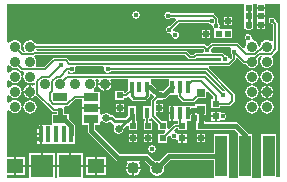
<source format=gbl>
G04 ================== begin FILE IDENTIFICATION RECORD ==================*
G04 Layout Name:  C:/Users/msahadat3/Dropbox/GATech/eTDS_PCB/allegro/ETDS_PCB_V1_5.brd*
G04 Film Name:    BOTTOM*
G04 File Format:  Gerber RS274X*
G04 File Origin:  Cadence Allegro 16.6-2015-S056*
G04 Origin Date:  Wed Nov 11 17:54:27 2015*
G04 *
G04 Layer:  VIA CLASS/BOTTOM*
G04 Layer:  PIN/BOTTOM*
G04 Layer:  ETCH/BOTTOM*
G04 *
G04 Offset:    (0.00 0.00)*
G04 Mirror:    No*
G04 Mode:      Positive*
G04 Rotation:  0*
G04 FullContactRelief:  No*
G04 UndefLineWidth:     5.00*
G04 ================== end FILE IDENTIFICATION RECORD ====================*
%FSLAX25Y25*MOIN*%
%IR0*IPPOS*OFA0.00000B0.00000*MIA0B0*SFA1.00000B1.00000*%
%ADD18C,.04*%
%ADD13C,.015*%
%ADD17C,.025*%
%ADD14C,.035*%
%ADD22R,.03937X.138*%
%ADD11R,.0748X.0748*%
%ADD21R,.012X.04*%
%ADD19R,.016X.036*%
%ADD20R,.028X.028*%
%ADD16R,.019X.019*%
%ADD15R,.049X.025*%
%ADD23R,.019X.019*%
%ADD12R,.01574X.05314*%
%ADD10R,.05709X.05118*%
%ADD24C,.01*%
%ADD25C,.005*%
%ADD28C,.02504*%
%ADD26C,.04504*%
%ADD27R,.06712X.0612*%
%ADD29R,.02904X.02904*%
G75*
%LPD*%
G75*
G36*
G01X749851Y1654901D02*
Y1655790D01*
X755956D01*
Y1661910D01*
X749851D01*
Y1677046D01*
G02X750575Y1677280I400J0D01*
G03Y1679920I1825J1320D01*
G02X749851Y1680154I-324J234D01*
G01Y1682046D01*
G02X750575Y1682280I400J0D01*
G03Y1684920I1825J1320D01*
G02X749851Y1685154I-324J234D01*
G01Y1687046D01*
G02X750575Y1687280I400J0D01*
G03Y1689920I1825J1320D01*
G02X749851Y1690154I-324J234D01*
G01Y1692046D01*
G02X750575Y1692280I400J0D01*
G03X753250Y1691514I1825J1320D01*
G01X753373Y1691565D01*
X754589Y1690348D01*
X755116D01*
G02X755461Y1689745I1J-400D01*
G03X758460Y1686613I1939J-1145D01*
G02X759048Y1686260I188J-353D01*
G01Y1685940D01*
G02X758460Y1685587I-400J0D01*
G03X759064Y1682082I-1060J-1987D01*
G02X759642Y1682095I295J-270D01*
G01X764989Y1676748D01*
X766348D01*
Y1676072D01*
X764648D01*
Y1672539D01*
X759691D01*
Y1666221D01*
X772509D01*
Y1672339D01*
X772472D01*
Y1672540D01*
X770552Y1674460D01*
Y1676072D01*
X768852D01*
Y1677500D01*
G03X768716Y1678067I-1252J0D01*
G02X769072Y1678648I356J181D01*
G01X770272D01*
X772672Y1681048D01*
X774948D01*
Y1672568D01*
X776648D01*
Y1669982D01*
X786282Y1660348D01*
X789776D01*
G02X790072Y1659680I-1J-400D01*
G03X793780I1854J-1680D01*
G02X794076Y1660348I297J268D01*
G01X795682D01*
X797381Y1658649D01*
X797357Y1658542D01*
G03X802243I2443J-542D01*
G01X802219Y1658649D01*
X804318Y1660748D01*
X818778D01*
Y1654901D01*
X775022D01*
Y1663092D01*
X766538D01*
Y1654901D01*
X765662D01*
Y1663092D01*
X757178D01*
Y1654901D01*
X749851D01*
G37*
G36*
G01X759339Y1692455D02*
G03X758937Y1695246I-1939J1145D01*
G01X758935Y1695248D01*
X758791Y1695392D01*
X759047Y1695648D01*
X809267D01*
X810567Y1694348D01*
X812433D01*
X813033Y1694948D01*
X820989D01*
X821258Y1694680D01*
X821251Y1694589D01*
G03X821295Y1694160I1249J-89D01*
G02X820910Y1693652I-385J-108D01*
G01X770933D01*
X769633Y1694952D01*
X765090D01*
X761990Y1691852D01*
X759684D01*
G02X759339Y1692455I-1J400D01*
G37*
G36*
G01X811189Y1695852D02*
X809889Y1697152D01*
X759836D01*
G02X759469Y1697710I0J400D01*
G03X759476Y1697726I-2060J911D01*
G01X759527Y1697848D01*
X815189D01*
X815358Y1697680D01*
X815351Y1697589D01*
G03X815449Y1697008I1249J-88D01*
G02X815081Y1696452I-368J-156D01*
G01X812411D01*
X811811Y1695852D01*
X811189D01*
G37*
G36*
G01X831592Y1654901D02*
Y1669402D01*
X830374D01*
Y1669597D01*
X826519Y1673452D01*
X815752D01*
Y1673652D01*
X815552D01*
Y1675698D01*
X816202D01*
Y1679502D01*
X812398D01*
Y1678852D01*
X810782D01*
X810732Y1678802D01*
X803698D01*
Y1673798D01*
X806648D01*
Y1672952D01*
X805589D01*
X803834Y1671197D01*
G02X803151Y1671480I-283J283D01*
G01X803152Y1673652D01*
X801311D01*
X799352Y1675611D01*
Y1676648D01*
X801752D01*
Y1679552D01*
X799352D01*
Y1680289D01*
X799911Y1680848D01*
X801752D01*
Y1681048D01*
X802518D01*
X804068Y1682598D01*
X806648D01*
Y1681739D01*
X808339Y1680048D01*
X812211D01*
X813461Y1681298D01*
X816202D01*
Y1683331D01*
G02X816884Y1683614I400J0D01*
G01X818548Y1681950D01*
Y1681052D01*
X817848D01*
Y1678148D01*
X820752D01*
Y1678848D01*
X824211D01*
X825652Y1680289D01*
Y1682811D01*
X816997Y1691466D01*
G02X817280Y1692148I283J282D01*
G01X824111D01*
X826252Y1694289D01*
Y1694603D01*
G02X826593Y1694744I200J0D01*
G01X828489Y1692848D01*
X829273D01*
X829324Y1692726D01*
G03X833489Y1694441I2076J874D01*
G01X833440Y1694563D01*
X834225Y1695348D01*
X834699D01*
Y1695077D01*
X834654Y1695022D01*
G03X838058Y1695124I1746J-1422D01*
G01X837928Y1695265D01*
X840012Y1697350D01*
Y1706449D01*
X839442Y1707019D01*
X839449Y1707110D01*
G03X838289Y1705950I-1249J89D01*
G01X838380Y1705957D01*
X838510Y1705827D01*
Y1700627D01*
G02X837852Y1700322I-400J1D01*
G03X834167Y1698889I-1452J-1722D01*
G01X834158Y1698822D01*
X833845Y1698508D01*
X833651Y1698702D01*
X833645Y1698776D01*
G03X831746Y1700825I-2245J-176D01*
G02X831419Y1701312I62J395D01*
G03X829516Y1700551I-1219J288D01*
G02X829615Y1699973I-219J-335D01*
G03X829156Y1698406I1785J-1374D01*
G02X828475Y1698089I-398J-34D01*
G01X826712Y1699852D01*
X817889D01*
X816780Y1698742D01*
X816689Y1698749D01*
G03X816511I-89J-1249D01*
G01X816420Y1698742D01*
X815811Y1699352D01*
X759527D01*
X759476Y1699474D01*
G03X755654Y1697178I-2076J-874D01*
G01X755699Y1697123D01*
Y1696852D01*
X755211D01*
X754435Y1697627D01*
X754486Y1697750D01*
G03X750575Y1699920I-2085J851D01*
G02X749851Y1700154I-324J234D01*
G01Y1712699D01*
X828848D01*
Y1704448D01*
X829176D01*
G03X831424I1124J552D01*
G01X831752D01*
Y1712699D01*
X833048D01*
Y1704448D01*
X835952D01*
Y1712699D01*
X839600D01*
X839601Y1712700D01*
X840900D01*
Y1655100D01*
X839466D01*
Y1669402D01*
X834526D01*
Y1654901D01*
X831592D01*
G37*
G36*
G01X822345Y1683992D02*
X822123Y1683770D01*
X822012Y1683798D01*
G03X821611Y1683835I-314J-1212D01*
G01X821520Y1683828D01*
X815997Y1689352D01*
X770241D01*
G02X769958Y1690034I0J400D01*
G01X770211Y1690288D01*
X770394D01*
X770454Y1690219D01*
G03X772531Y1691577I946J820D01*
G02X772892Y1692148I361J171D01*
G01X781814D01*
G02X782175Y1691577I0J-400D01*
G03X784307Y1690288I1131J-538D01*
G01X816050D01*
X822345Y1683992D01*
G37*
G36*
G01X823718Y1654901D02*
Y1669402D01*
X818778D01*
Y1663252D01*
X803282D01*
X800449Y1660419D01*
X800342Y1660443D01*
G03X799258I-542J-2443D01*
G01X799151Y1660419D01*
X796718Y1662852D01*
X787318D01*
X779152Y1671018D01*
Y1672568D01*
X780852D01*
Y1673417D01*
G02X781558Y1673674I400J0D01*
G03X784106Y1673529I1342J1126D01*
G02X784385Y1673526I138J-145D01*
G01X785264Y1672647D01*
G02X785532Y1672034I-67J-394D01*
G03X788739Y1671291I1468J-957D01*
G01X788727Y1671388D01*
X789666Y1672326D01*
G02X790348Y1672044I282J-283D01*
G01Y1670748D01*
X793252D01*
Y1673652D01*
X792802D01*
Y1676588D01*
X792674Y1676715D01*
Y1678902D01*
X790072D01*
Y1675715D01*
X789012Y1674656D01*
X786088D01*
X784942Y1675802D01*
X784338D01*
G03X781558Y1675926I-1437J-1002D01*
G02X780852Y1676183I-306J257D01*
G01Y1683552D01*
X778975D01*
G02X778728Y1684266I0J400D01*
G03X779247Y1687236I-1389J1773D01*
G02X779585Y1687848I339J212D01*
G01X780093D01*
G02X780431Y1687236I-1J-400D01*
G03X784247I1908J-1197D01*
G02X784585Y1687848I339J212D01*
G01X790071D01*
Y1683961D01*
X789162Y1683052D01*
X788752D01*
Y1683752D01*
X785848D01*
Y1680848D01*
X788752D01*
Y1681548D01*
X789784D01*
X790296Y1682060D01*
X791758Y1680598D01*
X796106D01*
X797492Y1681985D01*
Y1682898D01*
X797932D01*
X798848Y1681982D01*
Y1681911D01*
X797848Y1680911D01*
Y1678902D01*
X795190D01*
Y1674298D01*
X795740D01*
Y1673652D01*
X795348D01*
Y1670748D01*
X798252D01*
Y1673652D01*
X797242D01*
Y1674298D01*
X797792D01*
Y1674562D01*
G02X798134Y1674703I200J0D01*
G01X800248Y1672589D01*
Y1670748D01*
X802420D01*
G02X802703Y1670066I0J-400D01*
G01X802089Y1669452D01*
X800248D01*
Y1666548D01*
X803152D01*
Y1668389D01*
X803674Y1668911D01*
G02X804355Y1668670I283J-283D01*
G03X806167Y1667684I1245J130D01*
G02X806748Y1667327I181J-357D01*
G01Y1666548D01*
X809652D01*
Y1669452D01*
X806669D01*
G03X805730Y1670045I-1069J-652D01*
G02X805489Y1670726I42J398D01*
G01X806211Y1671448D01*
X806748D01*
Y1670748D01*
X809652D01*
Y1673798D01*
X811102D01*
Y1675632D01*
X811818Y1676348D01*
X812398D01*
Y1675698D01*
X813048D01*
Y1673652D01*
X812848D01*
Y1670748D01*
X815752D01*
Y1670948D01*
X825483D01*
X826783Y1669648D01*
X826681Y1669402D01*
X826652D01*
Y1654901D01*
X823718D01*
G37*
G36*
G01X800618Y1683752D02*
X797918Y1686452D01*
X797793D01*
Y1687848D01*
X803698D01*
Y1685768D01*
X801682Y1683752D01*
X800618D01*
G37*
G36*
G01X824399Y1694561D02*
G02X823725Y1694761I-283J283D01*
G03X822411Y1695749I-1225J-261D01*
G01X822320Y1695742D01*
X821611Y1696452D01*
X818119D01*
G02X817751Y1697008I0J400D01*
G03X817849Y1697589I-1151J493D01*
G01X817842Y1697680D01*
X818511Y1698348D01*
X824223D01*
G02X824533Y1697695I0J-400D01*
G03X824748Y1695899I967J-795D01*
G01Y1694911D01*
X824399Y1694561D01*
G37*
%LPC*%
G75*
G36*
G01X820752Y1674056D02*
Y1673948D01*
X817848D01*
Y1676852D01*
X820752D01*
G03X821284Y1676481I400J6D01*
G02X821055Y1674227I416J-1181D01*
G03X820752Y1674056I-103J-171D01*
G37*
G36*
G01X805654Y1703620D02*
G02X804666Y1702564I252J-1226D01*
G03X804189Y1703011I-396J55D01*
G02X804026Y1705486I-252J1226D01*
G01X804117Y1705479D01*
X806103Y1707466D01*
G03X805820Y1708148I-283J282D01*
G01X804501D01*
G02Y1709652I-1001J752D01*
G01X818711D01*
X818911Y1709452D01*
X818933D01*
X820251Y1708133D01*
Y1706501D01*
G02X820616Y1704933I-751J-1001D01*
G03X820973Y1704352I357J-181D01*
G01X824752D01*
Y1701448D01*
X818948D01*
Y1704376D01*
G02X818249Y1705542I552J1124D01*
G03X817886Y1705953I-400J13D01*
G02X816999Y1706448I114J1247D01*
G01X807211D01*
X805179Y1704417D01*
X805186Y1704326D01*
G02X805177Y1704067I-1249J-86D01*
G03X805654Y1703620I396J-55D01*
G37*
G54D28*
X792800Y1709100D03*
X798032Y1664432D03*
G54D26*
X757400Y1678600D03*
X831400D03*
X836400D03*
Y1683600D03*
X831400D03*
X836400Y1688600D03*
X831400D03*
G54D27*
X779600Y1658850D03*
G54D29*
X816200Y1702900D03*
X823300Y1707100D03*
X787300Y1678100D03*
X796800Y1668000D03*
X791800D03*
X814300D03*
%LPD*%
G75*
G54D10*
X752600Y1658850D03*
X779600D03*
G54D20*
X814300Y1677600D03*
Y1683200D03*
G54D11*
X761420Y1658850D03*
X770780D03*
G54D12*
X760980Y1669380D03*
X771220D03*
X768650D03*
X763540D03*
X766100D03*
G54D21*
X804800Y1676300D03*
X807400D03*
X810000D03*
Y1685100D03*
X807400D03*
X804800D03*
G54D22*
X821248Y1662000D03*
X836996D03*
X829122D03*
G54D13*
G01X767600Y1674320D02*
X768922D01*
X771220Y1672022D01*
Y1669380D01*
G01X767600Y1674320D02*
Y1677500D01*
G01X799800Y1658000D02*
X796200Y1661600D01*
X786800D01*
X777900Y1670500D01*
Y1674320D01*
G01X799800Y1658000D02*
X803800Y1662000D01*
X821248D01*
G01X800300Y1682300D02*
X802000D01*
X804800Y1685100D01*
G01X796491Y1685200D02*
X797400D01*
X800300Y1682300D01*
G01X814300Y1677600D02*
X811300D01*
X810000Y1676300D01*
G01X814300Y1677600D02*
Y1672200D01*
G01D02*
X826001D01*
X829122Y1669079D01*
Y1662000D01*
X752400Y1658400D03*
X759708Y1663754D03*
X754708D03*
X759708Y1675754D03*
X754708D03*
X759708Y1671754D03*
X754708D03*
X759708Y1667754D03*
X754708D03*
Y1703754D03*
Y1707754D03*
X768200Y1658200D03*
X773200Y1656600D03*
X761600Y1658600D03*
X767600Y1677500D03*
X767900Y1692600D03*
X771400Y1691039D03*
X767600Y1681800D03*
X769708Y1703754D03*
Y1707754D03*
X778400Y1663600D03*
X774708Y1671754D03*
Y1667754D03*
X775600Y1691200D03*
X783306Y1691039D03*
X782200Y1694600D03*
X783000Y1710400D03*
X798032Y1664432D03*
X792400Y1665200D03*
X789000Y1665000D03*
X800300Y1678100D03*
X793932Y1685200D03*
X800215Y1685215D03*
X799708Y1703754D03*
X794708D03*
X789708D03*
X792800Y1709100D03*
X799708Y1707754D03*
X813200Y1657400D03*
X805600Y1668800D03*
X805906Y1702394D03*
X811600Y1697000D03*
X809708Y1703754D03*
X803937Y1704237D03*
X807600Y1711400D03*
X803500Y1708900D03*
X824708Y1659754D03*
X821700Y1675300D03*
X824708Y1675754D03*
X825200Y1668600D03*
X818600Y1691400D03*
X821700Y1682586D03*
X825000Y1705000D03*
X819200Y1697400D03*
X825500Y1696900D03*
X816600Y1697500D03*
X822500Y1694500D03*
X818000Y1707200D03*
X819500Y1705500D03*
X820354Y1702854D03*
X823300Y1702900D03*
X829708Y1675754D03*
Y1671754D03*
X830300Y1705000D03*
X830200Y1701600D03*
X833800Y1701400D03*
X836600Y1703600D03*
X838200Y1707199D03*
X830300Y1711300D03*
G54D23*
X820400Y1702900D03*
X816200D03*
X834500Y1705900D03*
X830300D03*
X834500Y1711300D03*
X830300D03*
X834500Y1708700D03*
X830300D03*
G54D14*
X757400Y1678600D03*
X752400D03*
X757400Y1683600D03*
X752400D03*
X757400Y1688600D03*
X752400D03*
X757400Y1693600D03*
X752400D03*
X762339Y1686039D03*
X757400Y1698600D03*
X752400D03*
X767339Y1686039D03*
X772339D03*
X777339D03*
X782339D03*
X836400Y1678600D03*
X831400D03*
X836400Y1683600D03*
X831400D03*
X836400Y1688600D03*
X831400D03*
X836400Y1693600D03*
X831400D03*
X836400Y1698600D03*
X831400D03*
G54D24*
G01X787000Y1671077D02*
X789211Y1673288D01*
G01D02*
X788845Y1673654D01*
X785673D01*
X784527Y1674800D01*
X782900D01*
G01X791373Y1676600D02*
Y1675600D01*
X789689Y1673916D01*
Y1673766D01*
X789211Y1673288D01*
G01X791800Y1672200D02*
Y1676173D01*
X791373Y1676600D01*
G01Y1685200D02*
Y1684200D01*
G01X796491Y1685200D02*
Y1682400D01*
X795691Y1681600D01*
X792173D01*
X791373Y1682400D01*
Y1684200D01*
G01X830300Y1705900D02*
Y1708700D01*
G01Y1705000D02*
Y1705900D01*
G01Y1708700D02*
Y1711300D01*
G54D15*
X767600Y1674320D03*
Y1681800D03*
X777900Y1674320D03*
Y1678060D03*
Y1681800D03*
G54D25*
G01X756978Y1658850D02*
X761420D01*
G01X752600Y1655589D02*
Y1658850D01*
G01D02*
Y1662111D01*
G01Y1658850D02*
X756157D01*
G01X759491Y1669380D02*
X760980D01*
G01X767900Y1692600D02*
X763839Y1688539D01*
X761303D01*
X759800Y1687036D01*
Y1684736D01*
X759900Y1684636D01*
Y1682900D01*
X765300Y1677500D01*
X767600D01*
G01X757400Y1681148D02*
Y1683600D01*
G01D02*
Y1686052D01*
G01X754948Y1683600D02*
X757400D01*
G01X825500Y1696900D02*
Y1694600D01*
X823800Y1692900D01*
X770622D01*
X769322Y1694200D01*
X765401D01*
X762301Y1691100D01*
X754900D01*
X752400Y1693600D01*
G01X816600Y1697500D02*
X815500Y1698600D01*
X757400D01*
G01X752400D02*
X754900Y1696100D01*
X758436D01*
X758736Y1696400D01*
X809578D01*
X810878Y1695100D01*
X812122D01*
X812722Y1695700D01*
X821300D01*
X822500Y1694500D01*
G01X770780Y1658850D02*
Y1663292D01*
G01X766338Y1658850D02*
X770780D01*
G01D02*
X775222D01*
G01X761420D02*
Y1663292D01*
G01Y1658850D02*
X765862D01*
G01X760980Y1666021D02*
Y1669380D01*
G01D02*
Y1672739D01*
G01X777900Y1681800D02*
X772361D01*
X769961Y1679400D01*
X765239D01*
X764000Y1680639D01*
Y1682961D01*
X764839Y1683800D01*
Y1687075D01*
X766303Y1688539D01*
X767400D01*
X769900Y1691039D01*
X771400D01*
G01X821700Y1682586D02*
X815686Y1688600D01*
X769900D01*
X767339Y1686039D01*
G01X779600Y1655589D02*
Y1658850D01*
G01D02*
Y1662111D01*
G01X776043Y1658850D02*
X779600D01*
G01D02*
X783157D01*
G01X774748Y1678060D02*
X777900D01*
G01D02*
X781052D01*
G01X785648Y1678100D02*
X787300D01*
G01X782339Y1683587D02*
Y1686039D01*
G01X779887D02*
X782339D01*
G01D02*
X784791D01*
G01X819300Y1679600D02*
X823900D01*
X824900Y1680600D01*
Y1682500D01*
X816361Y1691039D01*
X783306D01*
G01X791800Y1666348D02*
Y1668000D01*
G01X796800Y1666348D02*
Y1668000D01*
G01X791926Y1655298D02*
Y1658000D01*
G01X789224D02*
X791926D01*
G01D02*
X794628D01*
G01X791800Y1668000D02*
Y1669652D01*
G01X790148Y1668000D02*
X791800D01*
G01D02*
X793452D01*
G01X796800D02*
Y1669652D01*
G01X795148Y1668000D02*
X796800D01*
G01D02*
X798452D01*
G01X787300Y1676448D02*
Y1678100D01*
G01D02*
Y1679752D01*
G01Y1678100D02*
X788952D01*
G01X796491Y1676600D02*
Y1672509D01*
X796800Y1672200D01*
G01X800300Y1682300D02*
X798600Y1680600D01*
Y1675300D01*
X801700Y1672200D01*
G01X787300Y1682300D02*
X789473D01*
X791373Y1684200D01*
G01X808200Y1666348D02*
Y1668000D01*
G01X812648D02*
X814300D01*
G01X808200D02*
Y1669652D01*
G01Y1668000D02*
X809852D01*
G01X800300Y1676448D02*
Y1678100D01*
G01D02*
Y1679752D01*
G01Y1678100D02*
X801952D01*
G01X804800Y1673598D02*
Y1676300D01*
G01D02*
Y1679002D01*
G01X803498Y1676300D02*
X804800D01*
G01X807400D02*
Y1673000D01*
X808200Y1672200D01*
G01D02*
X805900D01*
X801700Y1668000D01*
G01X807400Y1685100D02*
Y1682050D01*
X808650Y1680800D01*
X811900D01*
X814300Y1683200D01*
G01X810000Y1685100D02*
Y1685500D01*
X811500Y1687000D01*
X814561D01*
X819300Y1682261D01*
Y1679600D01*
G01X810000Y1684800D02*
Y1685100D01*
G01X803937Y1704237D02*
X806900Y1707200D01*
X818000D01*
G01X819500Y1705500D02*
Y1707822D01*
X818622Y1708700D01*
X818600D01*
X818400Y1708900D01*
X803500D01*
G01X814300Y1666348D02*
Y1668000D01*
G01X819300Y1673748D02*
Y1675400D01*
G01D02*
Y1677052D01*
G01X817648Y1675400D02*
X819300D01*
G01X814300Y1668000D02*
Y1669652D01*
G01Y1668000D02*
X815952D01*
G01X823300Y1705448D02*
Y1707100D01*
G01X816200Y1701248D02*
Y1702900D01*
G01D02*
Y1704552D01*
G01X814548Y1702900D02*
X816200D01*
G01D02*
X817852D01*
G01X831400Y1693600D02*
X828800D01*
X825500Y1696900D01*
G01X816600Y1697500D02*
X818200Y1699100D01*
X826401D01*
X829401Y1696100D01*
X832499D01*
X834999Y1698600D01*
X836400D01*
G01X823300Y1707100D02*
Y1708752D01*
G01X821648Y1707100D02*
X823300D01*
G01D02*
X824952D01*
G01X836400Y1681148D02*
Y1683600D01*
G01D02*
Y1686052D01*
G01X833948Y1683600D02*
X836400D01*
G01D02*
X838852D01*
G01X831400Y1693600D02*
X832900Y1695100D01*
X832914D01*
X833914Y1696100D01*
X837700D01*
X839261Y1697661D01*
Y1706138D01*
X838200Y1707199D01*
G01X834500Y1704248D02*
Y1705900D01*
G01X832848D02*
X834500D01*
G01D02*
X836152D01*
G01X832848Y1708700D02*
X834500D01*
G01D02*
X836152D01*
G01X832848Y1711300D02*
X834500D01*
G01D02*
X836152D01*
G54D16*
X787300Y1678100D03*
Y1682300D03*
X796800Y1668000D03*
Y1672200D03*
X791800Y1668000D03*
Y1672200D03*
X800300Y1678100D03*
Y1682300D03*
X808200Y1668000D03*
Y1672200D03*
X801700Y1668000D03*
Y1672200D03*
X814300Y1668000D03*
Y1672200D03*
X819300Y1675400D03*
Y1679600D03*
X823300Y1707100D03*
Y1702900D03*
G54D17*
X787000Y1671077D03*
X782900Y1674800D03*
G54D18*
X791926Y1658000D03*
X799800D03*
G54D19*
X791373Y1676600D03*
X796491D03*
Y1685200D03*
X793932D03*
X791373D03*
M02*

</source>
